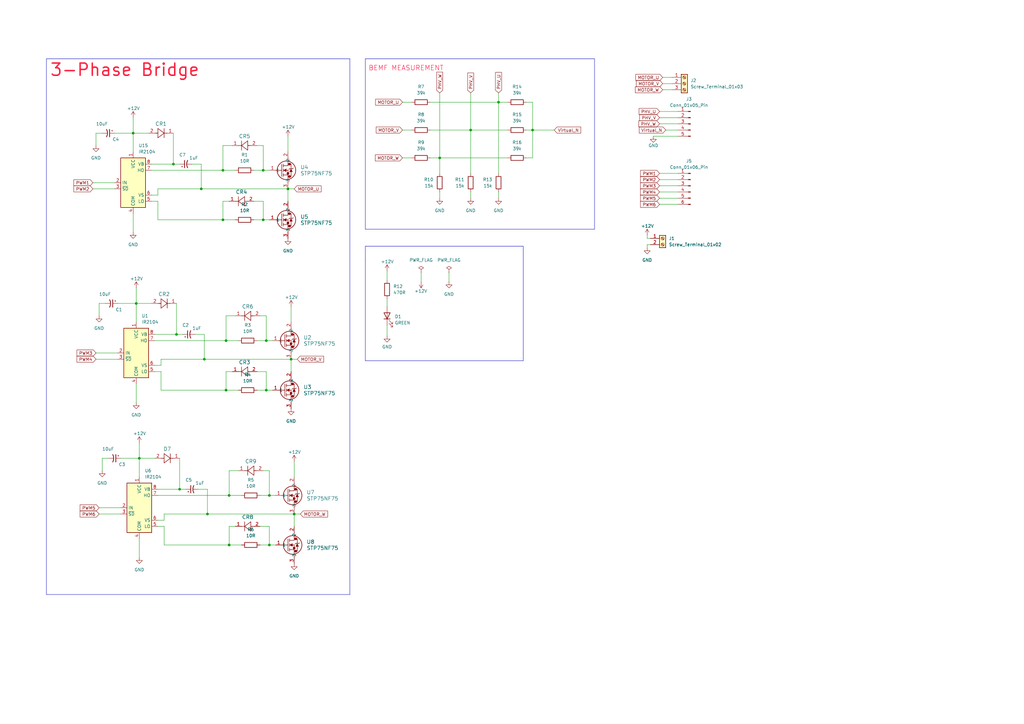
<source format=kicad_sch>
(kicad_sch (version 20230121) (generator eeschema)
  (paper "A3")
  (lib_symbols
    (symbol "Connector:Conn_01x05_Pin" (pin_names (offset 1.016) hide)
      (property "Reference" "J" (at 0 7.62 0))
      (property "Value" "Conn_01x05_Pin" (at 0 -7.62 0))
      (symbol "Conn_01x05_Pin_1_1"
        (polyline (pts (xy 1.27 -5.08) (xy 0.8636 -5.08)) (stroke (width 0.1524)))
        (polyline (pts (xy 1.27 -2.54) (xy 0.8636 -2.54)) (stroke (width 0.1524)))
        (polyline (pts (xy 1.27 0) (xy 0.8636 0)) (stroke (width 0.1524)))
        (polyline (pts (xy 1.27 2.54) (xy 0.8636 2.54)) (stroke (width 0.1524)))
        (polyline (pts (xy 1.27 5.08) (xy 0.8636 5.08)) (stroke (width 0.1524)))
        (rectangle (start 0.8636 -4.953) (end 0 -5.207) (stroke (width 0.1524)) (fill (type outline)))
        (rectangle (start 0.8636 -2.413) (end 0 -2.667) (stroke (width 0.1524)) (fill (type outline)))
        (rectangle (start 0.8636 0.127) (end 0 -0.127) (stroke (width 0.1524)) (fill (type outline)))
        (rectangle (start 0.8636 2.667) (end 0 2.413) (stroke (width 0.1524)) (fill (type outline)))
        (rectangle (start 0.8636 5.207) (end 0 4.953) (stroke (width 0.1524)) (fill (type outline)))
        (pin passive line (at 5.08 5.08 180) (length 3.81) (name "Pin_1") (number "1"))
        (pin passive line (at 5.08 2.54 180) (length 3.81) (name "Pin_2") (number "2"))
        (pin passive line (at 5.08 0 180) (length 3.81) (name "Pin_3") (number "3"))
        (pin passive line (at 5.08 -2.54 180) (length 3.81) (name "Pin_4") (number "4"))
        (pin passive line (at 5.08 -5.08 180) (length 3.81) (name "Pin_5") (number "5"))
      )
    )
    (symbol "Connector:Conn_01x06_Pin" (pin_names (offset 1.016) hide)
      (property "Reference" "J" (at 0 7.62 0))
      (property "Value" "Conn_01x06_Pin" (at 0 -10.16 0))
      (symbol "Conn_01x06_Pin_1_1"
        (polyline (pts (xy 1.27 -7.62) (xy 0.8636 -7.62)) (stroke (width 0.1524)))
        (polyline (pts (xy 1.27 -5.08) (xy 0.8636 -5.08)) (stroke (width 0.1524)))
        (polyline (pts (xy 1.27 -2.54) (xy 0.8636 -2.54)) (stroke (width 0.1524)))
        (polyline (pts (xy 1.27 0) (xy 0.8636 0)) (stroke (width 0.1524)))
        (polyline (pts (xy 1.27 2.54) (xy 0.8636 2.54)) (stroke (width 0.1524)))
        (polyline (pts (xy 1.27 5.08) (xy 0.8636 5.08)) (stroke (width 0.1524)))
        (rectangle (start 0.8636 -7.493) (end 0 -7.747) (stroke (width 0.1524)) (fill (type outline)))
        (rectangle (start 0.8636 -4.953) (end 0 -5.207) (stroke (width 0.1524)) (fill (type outline)))
        (rectangle (start 0.8636 -2.413) (end 0 -2.667) (stroke (width 0.1524)) (fill (type outline)))
        (rectangle (start 0.8636 0.127) (end 0 -0.127) (stroke (width 0.1524)) (fill (type outline)))
        (rectangle (start 0.8636 2.667) (end 0 2.413) (stroke (width 0.1524)) (fill (type outline)))
        (rectangle (start 0.8636 5.207) (end 0 4.953) (stroke (width 0.1524)) (fill (type outline)))
        (pin passive line (at 5.08 5.08 180) (length 3.81) (name "Pin_1") (number "1"))
        (pin passive line (at 5.08 2.54 180) (length 3.81) (name "Pin_2") (number "2"))
        (pin passive line (at 5.08 0 180) (length 3.81) (name "Pin_3") (number "3"))
        (pin passive line (at 5.08 -2.54 180) (length 3.81) (name "Pin_4") (number "4"))
        (pin passive line (at 5.08 -5.08 180) (length 3.81) (name "Pin_5") (number "5"))
        (pin passive line (at 5.08 -7.62 180) (length 3.81) (name "Pin_6") (number "6"))
      )
    )
    (symbol "Connector:Screw_Terminal_01x02" (pin_names (offset 1.016) hide)
      (property "Reference" "J" (at 0 2.54 0))
      (property "Value" "Screw_Terminal_01x02" (at 0 -5.08 0))
      (symbol "Screw_Terminal_01x02_1_1"
        (rectangle (start -1.27 1.27) (end 1.27 -3.81) (stroke (width 0.254)) (fill (type background)))
        (circle (center 0 -2.54) (radius 0.635) (stroke (width 0.1524)))
        (polyline (pts (xy -0.5334 -2.2098) (xy 0.3302 -3.048)) (stroke (width 0.1524)))
        (polyline (pts (xy -0.5334 0.3302) (xy 0.3302 -0.508)) (stroke (width 0.1524)))
        (polyline (pts (xy -0.3556 -2.032) (xy 0.508 -2.8702)) (stroke (width 0.1524)))
        (polyline (pts (xy -0.3556 0.508) (xy 0.508 -0.3302)) (stroke (width 0.1524)))
        (circle (center 0 0) (radius 0.635) (stroke (width 0.1524)))
        (pin passive line (at -5.08 0 0) (length 3.81) (name "Pin_1") (number "1"))
        (pin passive line (at -5.08 -2.54 0) (length 3.81) (name "Pin_2") (number "2"))
      )
    )
    (symbol "Connector:Screw_Terminal_01x03" (pin_names (offset 1.016) hide)
      (property "Reference" "J" (at 0 5.08 0))
      (property "Value" "Screw_Terminal_01x03" (at 0 -5.08 0))
      (symbol "Screw_Terminal_01x03_1_1"
        (rectangle (start -1.27 3.81) (end 1.27 -3.81) (stroke (width 0.254)) (fill (type background)))
        (circle (center 0 -2.54) (radius 0.635) (stroke (width 0.1524)))
        (polyline (pts (xy -0.5334 -2.2098) (xy 0.3302 -3.048)) (stroke (width 0.1524)))
        (polyline (pts (xy -0.5334 0.3302) (xy 0.3302 -0.508)) (stroke (width 0.1524)))
        (polyline (pts (xy -0.5334 2.8702) (xy 0.3302 2.032)) (stroke (width 0.1524)))
        (polyline (pts (xy -0.3556 -2.032) (xy 0.508 -2.8702)) (stroke (width 0.1524)))
        (polyline (pts (xy -0.3556 0.508) (xy 0.508 -0.3302)) (stroke (width 0.1524)))
        (polyline (pts (xy -0.3556 3.048) (xy 0.508 2.2098)) (stroke (width 0.1524)))
        (circle (center 0 0) (radius 0.635) (stroke (width 0.1524)))
        (circle (center 0 2.54) (radius 0.635) (stroke (width 0.1524)))
        (pin passive line (at -5.08 2.54 0) (length 3.81) (name "Pin_1") (number "1"))
        (pin passive line (at -5.08 0 0) (length 3.81) (name "Pin_2") (number "2"))
        (pin passive line (at -5.08 -2.54 0) (length 3.81) (name "Pin_3") (number "3"))
      )
    )
    (symbol "Device:C_Polarized_Small_US" (pin_numbers hide) (pin_names (offset 0.254) hide)
      (property "Reference" "C" (at 0.254 1.778 0))
      (property "Value" "C_Polarized_Small_US" (at 0.254 -2.032 0))
      (symbol "C_Polarized_Small_US_0_1"
        (polyline (pts (xy -1.524 0.508) (xy 1.524 0.508)) (stroke (width 0.3048)))
        (polyline (pts (xy -1.27 1.524) (xy -0.762 1.524)))
        (polyline (pts (xy -1.016 1.27) (xy -1.016 1.778)))
        (arc (start 1.524 -0.762) (mid 0 -0.3734) (end -1.524 -0.762) (stroke (width 0.3048)))
      )
      (symbol "C_Polarized_Small_US_1_1"
        (pin passive line (at 0 2.54 270) (length 2.032) (name "~") (number "1"))
        (pin passive line (at 0 -2.54 90) (length 2.032) (name "~") (number "2"))
      )
    )
    (symbol "Device:LED" (pin_numbers hide) (pin_names (offset 1.016) hide)
      (property "Reference" "D" (at 0 2.54 0))
      (property "Value" "LED" (at 0 -2.54 0))
      (symbol "LED_0_1"
        (polyline (pts (xy -1.27 -1.27) (xy -1.27 1.27)) (stroke (width 0.254)))
        (polyline (pts (xy -1.27 0) (xy 1.27 0)))
        (polyline (pts (xy 1.27 -1.27) (xy 1.27 1.27) (xy -1.27 0) (xy 1.27 -1.27)) (stroke (width 0.254)))
        (polyline (pts (xy -3.048 -0.762) (xy -4.572 -2.286) (xy -3.81 -2.286) (xy -4.572 -2.286) (xy -4.572 -1.524)))
        (polyline (pts (xy -1.778 -0.762) (xy -3.302 -2.286) (xy -2.54 -2.286) (xy -3.302 -2.286) (xy -3.302 -1.524)))
      )
      (symbol "LED_1_1"
        (pin passive line (at -3.81 0 0) (length 2.54) (name "K") (number "1"))
        (pin passive line (at 3.81 0 180) (length 2.54) (name "A") (number "2"))
      )
    )
    (symbol "Device:R" (pin_numbers hide) (pin_names (offset 0))
      (property "Reference" "R" (at 2.032 0 90))
      (property "Value" "R" (at 0 0 90))
      (symbol "R_0_1"
        (rectangle (start -1.016 -2.54) (end 1.016 2.54) (stroke (width 0.254)))
      )
      (symbol "R_1_1"
        (pin passive line (at 0 3.81 270) (length 1.27) (name "~") (number "1"))
        (pin passive line (at 0 -3.81 90) (length 1.27) (name "~") (number "2"))
      )
    )
    (symbol "Driver_FET:IR2104"
      (property "Reference" "U" (at 1.27 13.335 0))
      (property "Value" "IR2104" (at 1.27 11.43 0))
      (symbol "IR2104_0_1"
        (rectangle (start -5.08 -10.16) (end 5.08 10.16) (stroke (width 0.254)) (fill (type background)))
      )
      (symbol "IR2104_1_1"
        (pin power_in line (at 0 12.7 270) (length 2.54) (name "VCC") (number "1"))
        (pin input line (at -7.62 0 0) (length 2.54) (name "IN") (number "2"))
        (pin input line (at -7.62 -2.54 0) (length 2.54) (name "~{SD}") (number "3"))
        (pin power_in line (at 0 -12.7 90) (length 2.54) (name "COM") (number "4"))
        (pin output line (at 7.62 -7.62 180) (length 2.54) (name "LO") (number "5"))
        (pin passive line (at 7.62 -5.08 180) (length 2.54) (name "VS") (number "6"))
        (pin output line (at 7.62 5.08 180) (length 2.54) (name "HO") (number "7"))
        (pin passive line (at 7.62 7.62 180) (length 2.54) (name "VB") (number "8"))
      )
    )
    (symbol "STP75NF75_1" (pin_names (offset 0.254))
      (property "Reference" "U2" (at 12.7 1.27 0))
      (property "Value" "STP75NF75" (at 12.7 -1.27 0))
      (symbol "STP75NF75_1_1_1"
        (polyline (pts (xy 2.54 0) (xy 5.08 0)) (stroke (width 0.2032)))
        (polyline (pts (xy 5.08 -2.54) (xy 5.08 2.54)) (stroke (width 0.2032)))
        (polyline (pts (xy 5.715 -2.54) (xy 5.715 -1.27)) (stroke (width 0.2032)))
        (polyline (pts (xy 5.715 -1.905) (xy 7.62 -1.905)) (stroke (width 0.2032)))
        (polyline (pts (xy 5.715 -0.635) (xy 5.715 0.635)) (stroke (width 0.2032)))
        (polyline (pts (xy 5.715 1.27) (xy 5.715 2.54)) (stroke (width 0.2032)))
        (polyline (pts (xy 5.715 1.905) (xy 7.62 1.905)) (stroke (width 0.2032)))
        (polyline (pts (xy 6.985 0) (xy 7.62 0)) (stroke (width 0.2032)))
        (polyline (pts (xy 7.62 -5.08) (xy 7.62 0)) (stroke (width 0.2032)))
        (polyline (pts (xy 7.62 -2.54) (xy 8.89 -2.54)) (stroke (width 0.2032)))
        (polyline (pts (xy 7.62 1.905) (xy 7.62 5.08)) (stroke (width 0.2032)))
        (polyline (pts (xy 7.62 2.54) (xy 8.89 2.54)) (stroke (width 0.2032)))
        (polyline (pts (xy 8.255 0.635) (xy 8.001 0.381)) (stroke (width 0.2032)))
        (polyline (pts (xy 8.89 -2.54) (xy 8.89 -0.635)) (stroke (width 0.2032)))
        (polyline (pts (xy 8.89 0.635) (xy 8.89 2.54)) (stroke (width 0.2032)))
        (polyline (pts (xy 9.525 0.635) (xy 8.255 0.635)) (stroke (width 0.2032)))
        (polyline (pts (xy 9.779 0.889) (xy 9.525 0.635)) (stroke (width 0.2032)))
        (polyline (pts (xy 6.985 0.635) (xy 5.715 0) (xy 6.985 -0.635)) (stroke (width 0.0254)) (fill (type outline)))
        (polyline (pts (xy 9.525 -0.635) (xy 8.255 -0.635) (xy 8.89 0.635)) (stroke (width 0.0254)) (fill (type outline)))
        (circle (center 6.985 0) (radius 3.81) (stroke (width 0.254)))
        (circle (center 7.62 -1.27) (radius 0.0254) (stroke (width 0.508)))
        (circle (center 8.255 -2.54) (radius 0.0254) (stroke (width 0.508)))
        (circle (center 8.255 2.54) (radius 0.0254) (stroke (width 0.508)))
        (pin input line (at 0 0 0) (length 2.54) (name "1") (number "1"))
        (pin passive line (at 7.62 7.62 270) (length 2.54) (name "2") (number "2"))
        (pin passive line (at 7.62 -7.62 90) (length 2.54) (name "3") (number "3"))
      )
    )
    (symbol "UF4007-E3_54_2" (pin_names (offset 0.254))
      (property "Reference" "CR3" (at 5.08 3.81 0))
      (symbol "UF4007-E3_54_2_1_1"
        (polyline (pts (xy 2.54 0) (xy 3.4798 0)) (stroke (width 0.2032)))
        (polyline (pts (xy 3.175 0) (xy 3.81 0)) (stroke (width 0.2032)))
        (polyline (pts (xy 3.81 -1.905) (xy 6.35 0)) (stroke (width 0.2032)))
        (polyline (pts (xy 3.81 1.905) (xy 3.81 -1.905)) (stroke (width 0.2032)))
        (polyline (pts (xy 6.35 -1.905) (xy 6.35 1.905)) (stroke (width 0.2032)))
        (polyline (pts (xy 6.35 0) (xy 3.81 1.905)) (stroke (width 0.2032)))
        (polyline (pts (xy 6.35 0) (xy 7.62 0)) (stroke (width 0.2032)))
        (pin passive line (at 10.16 0 180) (length 2.54) (name "") (number "1"))
        (pin passive line (at 0 0 0) (length 2.54) (name "") (number "2"))
      )
      (symbol "UF4007-E3_54_2_1_2"
        (polyline (pts (xy -1.905 3.81) (xy 1.905 3.81)) (stroke (width 0.2032)))
        (polyline (pts (xy 0 2.54) (xy 0 3.4798)) (stroke (width 0.2032)))
        (polyline (pts (xy 0 3.175) (xy 0 3.81)) (stroke (width 0.2032)))
        (polyline (pts (xy 0 6.35) (xy -1.905 3.81)) (stroke (width 0.2032)))
        (polyline (pts (xy 0 6.35) (xy 0 7.62)) (stroke (width 0.2032)))
        (polyline (pts (xy 1.905 3.81) (xy 0 6.35)) (stroke (width 0.2032)))
        (polyline (pts (xy 1.905 6.35) (xy -1.905 6.35)) (stroke (width 0.2032)))
        (pin unspecified line (at 0 10.16 270) (length 2.54) (name "") (number "1"))
        (pin unspecified line (at 0 0 90) (length 2.54) (name "") (number "2"))
      )
    )
    (symbol "UF4007-E3_54_3" (pin_names (offset 0.254))
      (property "Reference" "CR10" (at 5.08 -3.81 0))
      (symbol "UF4007-E3_54_3_1_1"
        (polyline (pts (xy 2.54 0) (xy 3.4798 0)) (stroke (width 0.2032)))
        (polyline (pts (xy 3.175 0) (xy 3.81 0)) (stroke (width 0.2032)))
        (polyline (pts (xy 3.81 -1.905) (xy 6.35 0)) (stroke (width 0.2032)))
        (polyline (pts (xy 3.81 1.905) (xy 3.81 -1.905)) (stroke (width 0.2032)))
        (polyline (pts (xy 6.35 -1.905) (xy 6.35 1.905)) (stroke (width 0.2032)))
        (polyline (pts (xy 6.35 0) (xy 3.81 1.905)) (stroke (width 0.2032)))
        (polyline (pts (xy 6.35 0) (xy 7.62 0)) (stroke (width 0.2032)))
        (pin passive line (at 10.16 0 180) (length 2.54) (name "") (number "1"))
        (pin tri_state line (at 0 0 0) (length 2.54) (name "") (number "2"))
      )
      (symbol "UF4007-E3_54_3_1_2"
        (polyline (pts (xy -1.905 3.81) (xy 1.905 3.81)) (stroke (width 0.2032)))
        (polyline (pts (xy 0 2.54) (xy 0 3.4798)) (stroke (width 0.2032)))
        (polyline (pts (xy 0 3.175) (xy 0 3.81)) (stroke (width 0.2032)))
        (polyline (pts (xy 0 6.35) (xy -1.905 3.81)) (stroke (width 0.2032)))
        (polyline (pts (xy 0 6.35) (xy 0 7.62)) (stroke (width 0.2032)))
        (polyline (pts (xy 1.905 3.81) (xy 0 6.35)) (stroke (width 0.2032)))
        (polyline (pts (xy 1.905 6.35) (xy -1.905 6.35)) (stroke (width 0.2032)))
        (pin unspecified line (at 0 10.16 270) (length 2.54) (name "") (number "1"))
        (pin unspecified line (at 0 0 90) (length 2.54) (name "") (number "2"))
      )
    )
    (symbol "UF4007-E3_54_4" (pin_names (offset 0.254))
      (property "Reference" "CR10" (at 5.08 -3.81 0))
      (symbol "UF4007-E3_54_4_1_1"
        (polyline (pts (xy 2.54 0) (xy 3.4798 0)) (stroke (width 0.2032)))
        (polyline (pts (xy 3.175 0) (xy 3.81 0)) (stroke (width 0.2032)))
        (polyline (pts (xy 3.81 -1.905) (xy 6.35 0)) (stroke (width 0.2032)))
        (polyline (pts (xy 3.81 1.905) (xy 3.81 -1.905)) (stroke (width 0.2032)))
        (polyline (pts (xy 6.35 -1.905) (xy 6.35 1.905)) (stroke (width 0.2032)))
        (polyline (pts (xy 6.35 0) (xy 3.81 1.905)) (stroke (width 0.2032)))
        (polyline (pts (xy 6.35 0) (xy 7.62 0)) (stroke (width 0.2032)))
        (pin passive line (at 10.16 0 180) (length 2.54) (name "") (number "1"))
        (pin tri_state line (at 0 0 0) (length 2.54) (name "") (number "2"))
      )
      (symbol "UF4007-E3_54_4_1_2"
        (polyline (pts (xy -1.905 3.81) (xy 1.905 3.81)) (stroke (width 0.2032)))
        (polyline (pts (xy 0 2.54) (xy 0 3.4798)) (stroke (width 0.2032)))
        (polyline (pts (xy 0 3.175) (xy 0 3.81)) (stroke (width 0.2032)))
        (polyline (pts (xy 0 6.35) (xy -1.905 3.81)) (stroke (width 0.2032)))
        (polyline (pts (xy 0 6.35) (xy 0 7.62)) (stroke (width 0.2032)))
        (polyline (pts (xy 1.905 3.81) (xy 0 6.35)) (stroke (width 0.2032)))
        (polyline (pts (xy 1.905 6.35) (xy -1.905 6.35)) (stroke (width 0.2032)))
        (pin unspecified line (at 0 10.16 270) (length 2.54) (name "") (number "1"))
        (pin unspecified line (at 0 0 90) (length 2.54) (name "") (number "2"))
      )
    )
    (symbol "power:+12V" (power) (pin_names (offset 0))
      (property "Value" "+12V" (at 0 3.556 0))
      (symbol "+12V_0_1"
        (polyline (pts (xy -0.762 1.27) (xy 0 2.54)))
        (polyline (pts (xy 0 0) (xy 0 2.54)))
        (polyline (pts (xy 0 2.54) (xy 0.762 1.27)))
      )
      (symbol "+12V_1_1"
        (pin power_in line (at 0 0 90) (length 0) hide (name "+12V") (number "1"))
      )
    )
    (symbol "power:GND" (power) (pin_names (offset 0))
      (property "Value" "GND" (at 0 -3.81 0))
      (symbol "GND_0_1"
        (polyline (pts (xy 0 0) (xy 0 -1.27) (xy 1.27 -1.27) (xy 0 -2.54) (xy -1.27 -1.27) (xy 0 -1.27)))
      )
      (symbol "GND_1_1"
        (pin power_in line (at 0 0 270) (length 0) hide (name "GND") (number "1"))
      )
    )
    (symbol "power:PWR_FLAG" (power) (pin_numbers hide) (pin_names (offset 0) hide)
      (property "Value" "PWR_FLAG" (at 0 3.81 0))
      (symbol "PWR_FLAG_0_0"
        (pin power_out line (at 0 0 90) (length 0) (name "pwr") (number "1"))
      )
      (symbol "PWR_FLAG_0_1"
        (polyline (pts (xy 0 0) (xy 0 1.27) (xy -1.016 1.905) (xy 0 2.54) (xy 1.016 1.905) (xy 0 1.27)))
      )
    )
  )
  (junction (at 85.09 210.82))
  (junction (at 71.12 67.31))
  (junction (at 72.39 137.16))
  (junction (at 180.34 64.77))
  (junction (at 120.65 210.82))
  (junction (at 119.38 147.32))
  (junction (at 83.82 147.32))
  (junction (at 91.44 90.17))
  (junction (at 193.04 53.34))
  (junction (at 82.55 77.47))
  (junction (at 92.71 139.7))
  (junction (at 54.61 54.61))
  (junction (at 107.95 90.17))
  (junction (at 118.11 77.47))
  (junction (at 93.98 223.52))
  (junction (at 110.49 223.52))
  (junction (at 91.44 69.85))
  (junction (at 218.44 53.34))
  (junction (at 92.71 160.02))
  (junction (at 109.22 139.7))
  (junction (at 109.22 160.02))
  (junction (at 55.88 124.46))
  (junction (at 110.49 203.2))
  (junction (at 57.15 187.96))
  (junction (at 204.47 41.91))
  (junction (at 107.95 69.85))
  (junction (at 93.98 203.2))
  (junction (at 73.66 200.66))
  (wire (pts (xy 265.43 100.33) (xy 265.43 101.6)))
  (wire (pts (xy 91.44 69.85) (xy 96.52 69.85)))
  (wire (pts (xy 184.15 111.76) (xy 184.15 115.57)))
  (wire (pts (xy 67.31 210.82) (xy 85.09 210.82)))
  (wire (pts (xy 107.95 82.55) (xy 107.95 90.17)))
  (wire (pts (xy 105.41 59.69) (xy 107.95 59.69)))
  (wire (pts (xy 109.22 139.7) (xy 111.76 139.7)))
  (wire (pts (xy 104.14 82.55) (xy 107.95 82.55)))
  (polyline (pts (xy 149.86 24.13) (xy 149.86 93.98)))
  (wire (pts (xy 48.26 124.46) (xy 55.88 124.46)))
  (wire (pts (xy 64.77 213.36) (xy 67.31 213.36)))
  (wire (pts (xy 92.71 160.02) (xy 97.79 160.02)))
  (wire (pts (xy 265.43 97.79) (xy 266.7 97.79)))
  (wire (pts (xy 91.44 59.69) (xy 91.44 69.85)))
  (polyline (pts (xy 149.86 24.13) (xy 243.84 24.13)))
  (wire (pts (xy 120.65 210.82) (xy 123.19 210.82)))
  (wire (pts (xy 41.91 187.96) (xy 41.91 193.04)))
  (wire (pts (xy 93.98 223.52) (xy 99.06 223.52)))
  (wire (pts (xy 93.98 193.04) (xy 93.98 203.2)))
  (wire (pts (xy 80.01 137.16) (xy 83.82 137.16)))
  (wire (pts (xy 193.04 78.74) (xy 193.04 81.28)))
  (wire (pts (xy 40.64 208.28) (xy 49.53 208.28)))
  (wire (pts (xy 78.74 67.31) (xy 82.55 67.31)))
  (wire (pts (xy 67.31 215.9) (xy 67.31 223.52)))
  (wire (pts (xy 266.7 100.33) (xy 265.43 100.33)))
  (wire (pts (xy 105.41 152.4) (xy 109.22 152.4)))
  (wire (pts (xy 204.47 41.91) (xy 176.53 41.91)))
  (wire (pts (xy 270.51 48.26) (xy 278.13 48.26)))
  (wire (pts (xy 110.49 193.04) (xy 110.49 203.2)))
  (wire (pts (xy 204.47 38.1) (xy 204.47 41.91)))
  (wire (pts (xy 106.68 129.54) (xy 109.22 129.54)))
  (wire (pts (xy 180.34 38.1) (xy 180.34 64.77)))
  (wire (pts (xy 54.61 87.63) (xy 54.61 95.25)))
  (wire (pts (xy 92.71 139.7) (xy 97.79 139.7)))
  (wire (pts (xy 83.82 147.32) (xy 119.38 147.32)))
  (wire (pts (xy 44.45 187.96) (xy 41.91 187.96)))
  (wire (pts (xy 218.44 53.34) (xy 215.9 53.34)))
  (wire (pts (xy 39.37 54.61) (xy 39.37 59.69)))
  (wire (pts (xy 273.05 53.34) (xy 278.13 53.34)))
  (wire (pts (xy 40.64 210.82) (xy 49.53 210.82)))
  (wire (pts (xy 119.38 125.73) (xy 119.38 132.08)))
  (wire (pts (xy 119.38 147.32) (xy 121.92 147.32)))
  (wire (pts (xy 106.68 223.52) (xy 110.49 223.52)))
  (wire (pts (xy 66.04 149.86) (xy 66.04 147.32)))
  (wire (pts (xy 168.91 41.91) (xy 165.1 41.91)))
  (wire (pts (xy 118.11 77.47) (xy 120.65 77.47)))
  (wire (pts (xy 218.44 53.34) (xy 227.33 53.34)))
  (polyline (pts (xy 149.86 106.68) (xy 149.86 147.955)))
  (polyline (pts (xy 214.63 100.965) (xy 149.86 100.965)))
  (wire (pts (xy 63.5 139.7) (xy 92.71 139.7)))
  (wire (pts (xy 62.23 82.55) (xy 64.77 82.55)))
  (wire (pts (xy 63.5 152.4) (xy 66.04 152.4)))
  (wire (pts (xy 64.77 203.2) (xy 93.98 203.2)))
  (wire (pts (xy 208.28 41.91) (xy 204.47 41.91)))
  (wire (pts (xy 82.55 77.47) (xy 118.11 77.47)))
  (wire (pts (xy 95.25 152.4) (xy 92.71 152.4)))
  (wire (pts (xy 67.31 213.36) (xy 67.31 210.82)))
  (wire (pts (xy 62.23 69.85) (xy 91.44 69.85)))
  (polyline (pts (xy 243.84 24.13) (xy 243.84 93.98)))
  (wire (pts (xy 110.49 215.9) (xy 110.49 223.52)))
  (wire (pts (xy 105.41 139.7) (xy 109.22 139.7)))
  (wire (pts (xy 40.64 124.46) (xy 40.64 129.54)))
  (wire (pts (xy 63.5 149.86) (xy 66.04 149.86)))
  (wire (pts (xy 38.1 74.93) (xy 46.99 74.93)))
  (wire (pts (xy 57.15 220.98) (xy 57.15 228.6)))
  (wire (pts (xy 204.47 78.74) (xy 204.47 81.28)))
  (wire (pts (xy 215.9 41.91) (xy 218.44 41.91)))
  (wire (pts (xy 62.23 67.31) (xy 71.12 67.31)))
  (wire (pts (xy 72.39 124.46) (xy 72.39 137.16)))
  (wire (pts (xy 168.91 64.77) (xy 165.1 64.77)))
  (wire (pts (xy 64.77 82.55) (xy 64.77 90.17)))
  (wire (pts (xy 64.77 77.47) (xy 82.55 77.47)))
  (wire (pts (xy 41.91 54.61) (xy 39.37 54.61)))
  (wire (pts (xy 180.34 78.74) (xy 180.34 81.28)))
  (wire (pts (xy 270.51 45.72) (xy 278.13 45.72)))
  (wire (pts (xy 82.55 67.31) (xy 82.55 77.47)))
  (wire (pts (xy 271.78 31.75) (xy 275.59 31.75)))
  (wire (pts (xy 208.28 53.34) (xy 193.04 53.34)))
  (wire (pts (xy 218.44 41.91) (xy 218.44 53.34)))
  (wire (pts (xy 96.52 129.54) (xy 92.71 129.54)))
  (wire (pts (xy 46.99 54.61) (xy 54.61 54.61)))
  (wire (pts (xy 54.61 54.61) (xy 54.61 62.23)))
  (wire (pts (xy 67.31 223.52) (xy 93.98 223.52)))
  (polyline (pts (xy 149.86 100.965) (xy 149.86 106.68)))
  (wire (pts (xy 110.49 203.2) (xy 113.03 203.2)))
  (wire (pts (xy 265.43 96.52) (xy 265.43 97.79)))
  (polyline (pts (xy 149.86 147.955) (xy 214.63 147.955)))
  (wire (pts (xy 71.12 67.31) (xy 73.66 67.31)))
  (wire (pts (xy 64.77 215.9) (xy 67.31 215.9)))
  (wire (pts (xy 54.61 48.26) (xy 54.61 54.61)))
  (wire (pts (xy 158.75 111.125) (xy 158.75 114.935)))
  (wire (pts (xy 204.47 41.91) (xy 204.47 71.12)))
  (wire (pts (xy 107.95 59.69) (xy 107.95 69.85)))
  (wire (pts (xy 104.14 69.85) (xy 107.95 69.85)))
  (wire (pts (xy 38.1 77.47) (xy 46.99 77.47)))
  (wire (pts (xy 95.25 59.69) (xy 91.44 59.69)))
  (wire (pts (xy 64.77 90.17) (xy 91.44 90.17)))
  (wire (pts (xy 158.75 133.35) (xy 158.75 137.795)))
  (wire (pts (xy 107.95 90.17) (xy 110.49 90.17)))
  (wire (pts (xy 64.77 80.01) (xy 64.77 77.47)))
  (wire (pts (xy 158.75 122.555) (xy 158.75 125.73)))
  (wire (pts (xy 85.09 200.66) (xy 85.09 210.82)))
  (wire (pts (xy 92.71 152.4) (xy 92.71 160.02)))
  (wire (pts (xy 193.04 38.1) (xy 193.04 53.34)))
  (wire (pts (xy 39.37 144.78) (xy 48.26 144.78)))
  (polyline (pts (xy 19.05 24.13) (xy 143.51 24.13)))
  (polyline (pts (xy 143.51 243.84) (xy 19.05 243.84)))
  (wire (pts (xy 118.11 77.47) (xy 118.11 82.55)))
  (wire (pts (xy 270.51 76.2) (xy 278.13 76.2)))
  (wire (pts (xy 271.78 36.83) (xy 275.59 36.83)))
  (wire (pts (xy 66.04 152.4) (xy 66.04 160.02)))
  (wire (pts (xy 110.49 223.52) (xy 113.03 223.52)))
  (wire (pts (xy 172.72 111.76) (xy 172.72 115.57)))
  (wire (pts (xy 71.12 54.61) (xy 71.12 67.31)))
  (wire (pts (xy 73.66 187.96) (xy 73.66 200.66)))
  (wire (pts (xy 43.18 124.46) (xy 40.64 124.46)))
  (wire (pts (xy 109.22 160.02) (xy 111.76 160.02)))
  (wire (pts (xy 55.88 157.48) (xy 55.88 165.1)))
  (wire (pts (xy 270.51 83.82) (xy 278.13 83.82)))
  (wire (pts (xy 93.98 82.55) (xy 91.44 82.55)))
  (wire (pts (xy 107.95 69.85) (xy 110.49 69.85)))
  (wire (pts (xy 267.97 55.88) (xy 278.13 55.88)))
  (wire (pts (xy 119.38 147.32) (xy 119.38 152.4)))
  (wire (pts (xy 218.44 53.34) (xy 218.44 64.77)))
  (wire (pts (xy 105.41 160.02) (xy 109.22 160.02)))
  (wire (pts (xy 63.5 137.16) (xy 72.39 137.16)))
  (wire (pts (xy 193.04 53.34) (xy 176.53 53.34)))
  (wire (pts (xy 97.79 193.04) (xy 93.98 193.04)))
  (wire (pts (xy 66.04 160.02) (xy 92.71 160.02)))
  (wire (pts (xy 270.51 78.74) (xy 278.13 78.74)))
  (wire (pts (xy 92.71 129.54) (xy 92.71 139.7)))
  (wire (pts (xy 270.51 73.66) (xy 278.13 73.66)))
  (wire (pts (xy 62.23 80.01) (xy 64.77 80.01)))
  (wire (pts (xy 55.88 124.46) (xy 55.88 132.08)))
  (wire (pts (xy 72.39 137.16) (xy 74.93 137.16)))
  (wire (pts (xy 81.28 200.66) (xy 85.09 200.66)))
  (wire (pts (xy 91.44 90.17) (xy 96.52 90.17)))
  (wire (pts (xy 106.68 215.9) (xy 110.49 215.9)))
  (wire (pts (xy 93.98 203.2) (xy 99.06 203.2)))
  (wire (pts (xy 106.68 203.2) (xy 110.49 203.2)))
  (wire (pts (xy 64.77 200.66) (xy 73.66 200.66)))
  (wire (pts (xy 104.14 90.17) (xy 107.95 90.17)))
  (polyline (pts (xy 214.63 147.955) (xy 214.63 100.965)))
  (wire (pts (xy 107.95 193.04) (xy 110.49 193.04)))
  (wire (pts (xy 109.22 152.4) (xy 109.22 160.02)))
  (wire (pts (xy 118.11 55.88) (xy 118.11 62.23)))
  (wire (pts (xy 55.88 118.11) (xy 55.88 124.46)))
  (wire (pts (xy 218.44 64.77) (xy 215.9 64.77)))
  (wire (pts (xy 109.22 129.54) (xy 109.22 139.7)))
  (polyline (pts (xy 143.51 24.13) (xy 143.51 243.84)))
  (wire (pts (xy 91.44 82.55) (xy 91.44 90.17)))
  (wire (pts (xy 55.88 124.46) (xy 62.23 124.46)))
  (wire (pts (xy 271.78 34.29) (xy 275.59 34.29)))
  (wire (pts (xy 57.15 187.96) (xy 63.5 187.96)))
  (wire (pts (xy 120.65 189.23) (xy 120.65 195.58)))
  (wire (pts (xy 96.52 215.9) (xy 93.98 215.9)))
  (wire (pts (xy 270.51 81.28) (xy 278.13 81.28)))
  (wire (pts (xy 168.91 53.34) (xy 165.1 53.34)))
  (wire (pts (xy 57.15 181.61) (xy 57.15 187.96)))
  (wire (pts (xy 208.28 64.77) (xy 180.34 64.77)))
  (wire (pts (xy 66.04 147.32) (xy 83.82 147.32)))
  (wire (pts (xy 85.09 210.82) (xy 120.65 210.82)))
  (wire (pts (xy 270.51 50.8) (xy 278.13 50.8)))
  (wire (pts (xy 180.34 64.77) (xy 180.34 71.12)))
  (polyline (pts (xy 19.05 24.13) (xy 19.05 243.84)))
  (wire (pts (xy 180.34 64.77) (xy 176.53 64.77)))
  (polyline (pts (xy 243.84 93.98) (xy 149.86 93.98)))
  (wire (pts (xy 270.51 71.12) (xy 278.13 71.12)))
  (wire (pts (xy 57.15 187.96) (xy 57.15 195.58)))
  (wire (pts (xy 93.98 215.9) (xy 93.98 223.52)))
  (wire (pts (xy 83.82 137.16) (xy 83.82 147.32)))
  (wire (pts (xy 39.37 147.32) (xy 48.26 147.32)))
  (wire (pts (xy 54.61 54.61) (xy 60.96 54.61)))
  (wire (pts (xy 73.66 200.66) (xy 76.2 200.66)))
  (wire (pts (xy 193.04 53.34) (xy 193.04 71.12)))
  (wire (pts (xy 120.65 210.82) (xy 120.65 215.9)))
  (wire (pts (xy 49.53 187.96) (xy 57.15 187.96)))
  (text "BEMF MEASUREMENT" (at 151.13 29.21 0) (effects (font (size 2 2)) (justify left bottom)))
  (text "3-Phase Bridge" (at 20.32 31.75 0) (effects (font (size 5 5) (thickness 0.6) bold) (justify left bottom)))
  (global_label "PWM6" (shape input) (at 270.51 83.82 180) (property "Intersheetrefs" "${INTERSHEET_REFS}" (effects hide)))
  (global_label "PHV_U" (shape input) (at 270.51 45.72 180) (property "Intersheetrefs" "${INTERSHEET_REFS}" (effects hide)))
  (global_label "Virtual_N" (shape input) (at 227.33 53.34 0) (property "Intersheetrefs" "${INTERSHEET_REFS}" (effects hide)))
  (global_label "MOTOR_U" (shape input) (at 165.1 41.91 180) (property "Intersheetrefs" "${INTERSHEET_REFS}" (effects hide)))
  (global_label "MOTOR_W" (shape input) (at 165.1 64.77 180) (property "Intersheetrefs" "${INTERSHEET_REFS}" (effects hide)))
  (global_label "PWM6" (shape input) (at 40.64 210.82 180) (property "Intersheetrefs" "${INTERSHEET_REFS}" (effects hide)))
  (global_label "PHV_W" (shape input) (at 180.34 38.1 90) (property "Intersheetrefs" "${INTERSHEET_REFS}" (effects hide)))
  (global_label "PWM3" (shape input) (at 39.37 144.78 180) (property "Intersheetrefs" "${INTERSHEET_REFS}" (effects hide)))
  (global_label "MOTOR_U" (shape input) (at 271.78 31.75 180) (property "Intersheetrefs" "${INTERSHEET_REFS}" (effects hide)))
  (global_label "PWM4" (shape input) (at 39.37 147.32 180) (property "Intersheetrefs" "${INTERSHEET_REFS}" (effects hide)))
  (global_label "PWM5" (shape input) (at 40.64 208.28 180) (property "Intersheetrefs" "${INTERSHEET_REFS}" (effects hide)))
  (global_label "Virtual_N" (shape input) (at 273.05 53.34 180) (property "Intersheetrefs" "${INTERSHEET_REFS}" (effects hide)))
  (global_label "MOTOR_V" (shape input) (at 121.92 147.32 0) (property "Intersheetrefs" "${INTERSHEET_REFS}" (effects hide)))
  (global_label "MOTOR_V" (shape input) (at 165.1 53.34 180) (property "Intersheetrefs" "${INTERSHEET_REFS}" (effects hide)))
  (global_label "MOTOR_W" (shape input) (at 123.19 210.82 0) (property "Intersheetrefs" "${INTERSHEET_REFS}" (effects hide)))
  (global_label "PHV_V" (shape input) (at 193.04 38.1 90) (property "Intersheetrefs" "${INTERSHEET_REFS}" (effects hide)))
  (global_label "PWM1" (shape input) (at 270.51 71.12 180) (property "Intersheetrefs" "${INTERSHEET_REFS}" (effects hide)))
  (global_label "PHV_W" (shape input) (at 270.51 50.8 180) (property "Intersheetrefs" "${INTERSHEET_REFS}" (effects hide)))
  (global_label "PHV_V" (shape input) (at 270.51 48.26 180) (property "Intersheetrefs" "${INTERSHEET_REFS}" (effects hide)))
  (global_label "PWM2" (shape input) (at 270.51 73.66 180) (property "Intersheetrefs" "${INTERSHEET_REFS}" (effects hide)))
  (global_label "PWM5" (shape input) (at 270.51 81.28 180) (property "Intersheetrefs" "${INTERSHEET_REFS}" (effects hide)))
  (global_label "MOTOR_V" (shape input) (at 271.78 34.29 180) (property "Intersheetrefs" "${INTERSHEET_REFS}" (effects hide)))
  (global_label "PWM4" (shape input) (at 270.51 78.74 180) (property "Intersheetrefs" "${INTERSHEET_REFS}" (effects hide)))
  (global_label "PHV_U" (shape input) (at 204.47 38.1 90) (property "Intersheetrefs" "${INTERSHEET_REFS}" (effects hide)))
  (global_label "PWM3" (shape input) (at 270.51 76.2 180) (property "Intersheetrefs" "${INTERSHEET_REFS}" (effects hide)))
  (global_label "MOTOR_U" (shape input) (at 120.65 77.47 0) (property "Intersheetrefs" "${INTERSHEET_REFS}" (effects hide)))
  (global_label "PWM1" (shape input) (at 38.1 74.93 180) (property "Intersheetrefs" "${INTERSHEET_REFS}" (effects hide)))
  (global_label "PWM2" (shape input) (at 38.1 77.47 180) (property "Intersheetrefs" "${INTERSHEET_REFS}" (effects hide)))
  (global_label "MOTOR_W" (shape input) (at 271.78 36.83 180) (property "Intersheetrefs" "${INTERSHEET_REFS}" (effects hide)))
  (symbol (lib_name "UF4007-E3_54_4") (lib_id "UF4007:UF4007-E3_54") (at 105.41 152.4 180) (unit 1)
    (property "Reference" "CR3" (at 100.33 148.59 0) (effects (font (size 1.524 1.524))))
    (property "Value" "UF4007-E3/54" (effects hide))
    (property "Footprint" "UF4007:DO-204AL" (effects hide))
    (property "Datasheet" "UF4007-E3/54" (effects hide))
  )
  (symbol (lib_name "STP75NF75_1") (lib_id "STP75NF75:STP75NF75") (at 113.03 223.52 0) (unit 1)
    (property "Reference" "U8" (at 125.73 222.25 0) (effects (font (size 1.524 1.524)) (justify left)))
    (property "Value" "STP75NF75" (at 125.73 224.79 0) (effects (font (size 1.524 1.524)) (justify left)))
    (property "Footprint" "STP75NF75:TO-220_STM" (effects hide))
    (property "Datasheet" "STP75NF75" (effects hide))
  )
  (symbol (lib_id "power:GND") (at 55.88 165.1 0) (unit 1)
    (property "Reference" "#PWR03" (effects hide))
    (property "Value" "GND" (at 55.88 170.18 0))
  )
  (symbol (lib_id "Device:R") (at 102.87 223.52 90) (unit 1)
    (property "Reference" "R6" (at 102.87 217.17 90))
    (property "Value" "10R" (at 102.87 219.71 90))
    (property "Footprint" "Resistor_THT:R_Axial_DIN0207_L6.3mm_D2.5mm_P7.62mm_Horizontal" (effects hide))
  )
  (symbol (lib_name "UF4007-E3_54_2") (lib_id "UF4007:UF4007-E3_54") (at 60.96 54.61 0) (unit 1)
    (property "Reference" "CR1" (at 66.04 50.8 0) (effects (font (size 1.524 1.524))))
    (property "Value" "UF4007-E3/54" (effects hide))
    (property "Footprint" "UF4007:DO-204AL" (effects hide))
    (property "Datasheet" "UF4007-E3/54" (effects hide))
  )
  (symbol (lib_name "STP75NF75_1") (lib_id "STP75NF75:STP75NF75") (at 111.76 139.7 0) (unit 1)
    (property "Reference" "U2" (at 124.46 138.43 0) (effects (font (size 1.524 1.524)) (justify left)))
    (property "Value" "STP75NF75" (at 124.46 140.97 0) (effects (font (size 1.524 1.524)) (justify left)))
    (property "Footprint" "STP75NF75:TO-220_STM" (effects hide))
    (property "Datasheet" "STP75NF75" (effects hide))
  )
  (symbol (lib_id "Device:R") (at 212.09 53.34 270) (mirror x) (unit 1)
    (property "Reference" "R15" (at 212.09 46.99 90))
    (property "Value" "39k" (at 212.09 49.53 90))
    (property "Footprint" "Resistor_THT:R_Axial_DIN0207_L6.3mm_D2.5mm_P7.62mm_Horizontal" (effects hide))
  )
  (symbol (lib_id "Device:R") (at 158.75 118.745 0) (unit 1)
    (property "Reference" "R12" (at 161.29 117.4749 0) (effects (justify left)))
    (property "Value" "470R" (at 161.29 120.0149 0) (effects (justify left)))
    (property "Footprint" "Resistor_THT:R_Axial_DIN0207_L6.3mm_D2.5mm_P7.62mm_Horizontal" (effects hide))
  )
  (symbol (lib_id "power:GND") (at 180.34 81.28 0) (mirror y) (unit 1)
    (property "Reference" "#PWR015" (effects hide))
    (property "Value" "GND" (at 180.34 86.36 0))
  )
  (symbol (lib_id "power:+12V") (at 158.75 111.125 0) (unit 1)
    (property "Reference" "#PWR021" (effects hide))
    (property "Value" "+12V" (at 156.21 107.315 0) (effects (justify left)))
  )
  (symbol (lib_id "power:GND") (at 193.04 81.28 0) (mirror y) (unit 1)
    (property "Reference" "#PWR017" (effects hide))
    (property "Value" "GND" (at 193.04 86.36 0))
  )
  (symbol (lib_id "Device:LED") (at 158.75 129.54 90) (unit 1)
    (property "Reference" "D1" (at 161.925 129.8574 90) (effects (justify right)))
    (property "Value" "GREEN" (at 161.925 132.3974 90) (effects (justify right)))
    (property "Footprint" "LED_THT:LED_D5.0mm" (effects hide))
  )
  (symbol (lib_id "power:GND") (at 39.37 59.69 0) (unit 1)
    (property "Reference" "#PWR01" (effects hide))
    (property "Value" "GND" (at 39.37 64.77 0))
  )
  (symbol (lib_id "power:GND") (at 41.91 193.04 0) (unit 1)
    (property "Reference" "#PWR06" (effects hide))
    (property "Value" "GND" (at 41.91 198.12 0))
  )
  (symbol (lib_id "power:+12V") (at 172.72 115.57 180) (unit 1)
    (property "Reference" "#PWR031" (effects hide))
    (property "Value" "+12V" (at 175.26 119.38 0) (effects (justify left)))
  )
  (symbol (lib_id "power:+12V") (at 265.43 96.52 0) (unit 1)
    (property "Reference" "#PWR019" (effects hide))
    (property "Value" "+12V" (at 262.89 92.71 0) (effects (justify left)))
  )
  (symbol (lib_id "Driver_FET:IR2104") (at 57.15 208.28 0) (unit 1)
    (property "Reference" "U6" (at 59.3441 193.04 0) (effects (justify left)))
    (property "Value" "IR2104" (at 59.3441 195.58 0) (effects (justify left)))
    (property "Footprint" "Package_DIP:DIP-8_W7.62mm_LongPads" (effects hide))
    (property "Datasheet" "https://www.infineon.com/dgdl/ir2104.pdf?fileId=5546d462533600a4015355c7c1c31671" (effects hide))
  )
  (symbol (lib_id "Connector:Conn_01x05_Pin") (at 283.21 50.8 0) (mirror y) (unit 1)
    (property "Reference" "J3" (at 282.575 40.64 0))
    (property "Value" "Conn_01x05_Pin" (at 282.575 43.18 0))
    (property "Footprint" "Connector_PinHeader_2.54mm:PinHeader_1x05_P2.54mm_Vertical" (effects hide))
  )
  (symbol (lib_id "power:GND") (at 158.75 137.795 0) (unit 1)
    (property "Reference" "#PWR022" (effects hide))
    (property "Value" "GND" (at 158.75 142.24 0))
  )
  (symbol (lib_name "STP75NF75_1") (lib_id "STP75NF75:STP75NF75") (at 110.49 90.17 0) (unit 1)
    (property "Reference" "U5" (at 123.19 88.9 0) (effects (font (size 1.524 1.524)) (justify left)))
    (property "Value" "STP75NF75" (at 123.19 91.44 0) (effects (font (size 1.524 1.524)) (justify left)))
    (property "Footprint" "STP75NF75:TO-220_STM" (effects hide))
    (property "Datasheet" "STP75NF75" (effects hide))
  )
  (symbol (lib_id "power:GND") (at 54.61 95.25 0) (unit 1)
    (property "Reference" "#PWR04" (effects hide))
    (property "Value" "GND" (at 54.61 100.33 0))
  )
  (symbol (lib_id "power:GND") (at 267.97 55.88 0) (unit 1)
    (property "Reference" "#PWR023" (effects hide))
    (property "Value" "GND" (at 267.97 59.69 0))
  )
  (symbol (lib_id "Device:R") (at 212.09 41.91 270) (mirror x) (unit 1)
    (property "Reference" "R14" (at 212.09 35.56 90))
    (property "Value" "39k" (at 212.09 38.1 90))
    (property "Footprint" "Resistor_THT:R_Axial_DIN0207_L6.3mm_D2.5mm_P7.62mm_Horizontal" (effects hide))
  )
  (symbol (lib_id "power:PWR_FLAG") (at 172.72 111.76 0) (unit 1)
    (property "Reference" "#FLG01" (effects hide))
    (property "Value" "PWR_FLAG" (at 172.72 106.68 0))
  )
  (symbol (lib_name "UF4007-E3_54_2") (lib_id "UF4007:UF4007-E3_54") (at 63.5 187.96 0) (unit 1)
    (property "Reference" "D7" (at 68.58 184.15 0) (effects (font (size 1.524 1.524))))
    (property "Value" "UF4007-E3/54" (effects hide))
    (property "Footprint" "UF4007:DO-204AL" (effects hide))
    (property "Datasheet" "UF4007-E3/54" (effects hide))
  )
  (symbol (lib_id "power:GND") (at 118.11 97.79 0) (unit 1)
    (property "Reference" "#PWR07" (effects hide))
    (property "Value" "GND" (at 118.11 102.87 0))
  )
  (symbol (lib_id "power:GND") (at 184.15 115.57 0) (unit 1)
    (property "Reference" "#PWR032" (effects hide))
    (property "Value" "GND" (at 184.15 120.65 0))
  )
  (symbol (lib_id "Device:C_Polarized_Small_US") (at 77.47 137.16 90) (unit 1)
    (property "Reference" "C2" (at 77.47 133.35 90) (effects (justify left)))
    (property "Value" "1uF" (at 82.55 134.62 90) (effects (justify left)))
    (property "Footprint" "Capacitor_THT:CP_Radial_D5.0mm_P2.00mm" (effects hide))
  )
  (symbol (lib_id "Device:C_Polarized_Small_US") (at 45.72 124.46 270) (unit 1)
    (property "Reference" "C1" (at 47.4218 127 90) (effects (justify left)))
    (property "Value" "10uF" (at 40.64 120.65 90) (effects (justify left)))
    (property "Footprint" "Capacitor_THT:CP_Radial_D4.0mm_P1.50mm" (effects hide))
  )
  (symbol (lib_id "Device:R") (at 204.47 74.93 0) (mirror x) (unit 1)
    (property "Reference" "R13" (at 201.93 73.66 0) (effects (justify right)))
    (property "Value" "15k" (at 201.93 76.2 0) (effects (justify right)))
    (property "Footprint" "Resistor_THT:R_Axial_DIN0207_L6.3mm_D2.5mm_P7.62mm_Horizontal" (effects hide))
  )
  (symbol (lib_id "power:+12V") (at 57.15 181.61 0) (unit 1)
    (property "Reference" "#PWR016" (effects hide))
    (property "Value" "+12V" (at 54.61 177.8 0) (effects (justify left)))
  )
  (symbol (lib_id "Device:C_Polarized_Small_US") (at 46.99 187.96 270) (unit 1)
    (property "Reference" "C3" (at 48.6918 190.5 90) (effects (justify left)))
    (property "Value" "10uF" (at 41.91 184.15 90) (effects (justify left)))
    (property "Footprint" "Capacitor_THT:CP_Radial_D4.0mm_P1.50mm" (effects hide))
  )
  (symbol (lib_id "Device:R") (at 101.6 160.02 90) (unit 1)
    (property "Reference" "R4" (at 101.6 153.67 90))
    (property "Value" "10R" (at 101.6 156.21 90))
    (property "Footprint" "Resistor_THT:R_Axial_DIN0207_L6.3mm_D2.5mm_P7.62mm_Horizontal" (effects hide))
  )
  (symbol (lib_id "power:GND") (at 119.38 167.64 0) (unit 1)
    (property "Reference" "#PWR05" (effects hide))
    (property "Value" "GND" (at 119.38 172.72 0))
  )
  (symbol (lib_id "power:GND") (at 120.65 231.14 0) (unit 1)
    (property "Reference" "#PWR09" (effects hide))
    (property "Value" "GND" (at 120.65 236.22 0))
  )
  (symbol (lib_id "power:+12V") (at 120.65 189.23 0) (unit 1)
    (property "Reference" "#PWR014" (effects hide))
    (property "Value" "+12V" (at 118.11 185.42 0) (effects (justify left)))
  )
  (symbol (lib_id "power:GND") (at 265.43 101.6 0) (unit 1)
    (property "Reference" "#PWR020" (effects hide))
    (property "Value" "GND" (at 265.43 106.68 0))
  )
  (symbol (lib_name "UF4007-E3_54_3") (lib_id "UF4007:UF4007-E3_54") (at 107.95 193.04 180) (unit 1)
    (property "Reference" "CR9" (at 102.87 189.23 0) (effects (font (size 1.524 1.524))))
    (property "Value" "UF4007-E3/54" (effects hide))
    (property "Footprint" "UF4007:DO-204AL" (effects hide))
    (property "Datasheet" "UF4007-E3/54" (effects hide))
  )
  (symbol (lib_id "Device:R") (at 172.72 64.77 270) (mirror x) (unit 1)
    (property "Reference" "R9" (at 172.72 58.42 90))
    (property "Value" "39k" (at 172.72 60.96 90))
    (property "Footprint" "Resistor_THT:R_Axial_DIN0207_L6.3mm_D2.5mm_P7.62mm_Horizontal" (effects hide))
  )
  (symbol (lib_name "UF4007-E3_54_4") (lib_id "UF4007:UF4007-E3_54") (at 104.14 82.55 180) (unit 1)
    (property "Reference" "CR4" (at 99.06 78.74 0) (effects (font (size 1.524 1.524))))
    (property "Value" "UF4007-E3/54" (effects hide))
    (property "Footprint" "UF4007:DO-204AL" (effects hide))
    (property "Datasheet" "UF4007-E3/54" (effects hide))
  )
  (symbol (lib_id "Device:R") (at 180.34 74.93 0) (mirror x) (unit 1)
    (property "Reference" "R10" (at 177.8 73.66 0) (effects (justify right)))
    (property "Value" "15k" (at 177.8 76.2 0) (effects (justify right)))
    (property "Footprint" "Resistor_THT:R_Axial_DIN0207_L6.3mm_D2.5mm_P7.62mm_Horizontal" (effects hide))
  )
  (symbol (lib_id "Device:C_Polarized_Small_US") (at 76.2 67.31 90) (unit 1)
    (property "Reference" "C7" (at 76.2 63.5 90) (effects (justify left)))
    (property "Value" "1uF" (at 81.28 64.77 90) (effects (justify left)))
    (property "Footprint" "Capacitor_THT:CP_Radial_D5.0mm_P2.00mm" (effects hide))
  )
  (symbol (lib_name "UF4007-E3_54_4") (lib_id "UF4007:UF4007-E3_54") (at 106.68 215.9 180) (unit 1)
    (property "Reference" "CR8" (at 101.6 212.09 0) (effects (font (size 1.524 1.524))))
    (property "Value" "UF4007-E3/54" (effects hide))
    (property "Footprint" "UF4007:DO-204AL" (effects hide))
    (property "Datasheet" "UF4007-E3/54" (effects hide))
  )
  (symbol (lib_id "Device:R") (at 172.72 53.34 270) (mirror x) (unit 1)
    (property "Reference" "R8" (at 172.72 46.99 90))
    (property "Value" "39k" (at 172.72 49.53 90))
    (property "Footprint" "Resistor_THT:R_Axial_DIN0207_L6.3mm_D2.5mm_P7.62mm_Horizontal" (effects hide))
  )
  (symbol (lib_id "Device:C_Polarized_Small_US") (at 78.74 200.66 90) (unit 1)
    (property "Reference" "C5" (at 78.74 196.85 90) (effects (justify left)))
    (property "Value" "1uF" (at 83.82 198.12 90) (effects (justify left)))
    (property "Footprint" "Capacitor_THT:CP_Radial_D5.0mm_P2.00mm" (effects hide))
  )
  (symbol (lib_id "power:PWR_FLAG") (at 184.15 111.76 0) (unit 1)
    (property "Reference" "#FLG02" (effects hide))
    (property "Value" "PWR_FLAG" (at 184.15 106.68 0))
  )
  (symbol (lib_id "Connector:Screw_Terminal_01x03") (at 280.67 34.29 0) (unit 1)
    (property "Reference" "J2" (at 283.21 33.02 0) (effects (justify left)))
    (property "Value" "Screw_Terminal_01x03" (at 283.21 35.56 0) (effects (justify left)))
    (property "Footprint" "TerminalBlock_MetzConnect:TerminalBlock_MetzConnect_Type011_RT05503HBWC_1x03_P5.00mm_Horizontal" (effects hide))
  )
  (symbol (lib_id "power:GND") (at 40.64 129.54 0) (unit 1)
    (property "Reference" "#PWR02" (effects hide))
    (property "Value" "GND" (at 40.64 134.62 0))
  )
  (symbol (lib_id "Driver_FET:IR2104") (at 54.61 74.93 0) (unit 1)
    (property "Reference" "U15" (at 56.8041 59.69 0) (effects (justify left)))
    (property "Value" "IR2104" (at 56.8041 62.23 0) (effects (justify left)))
    (property "Footprint" "Package_DIP:DIP-8_W7.62mm_LongPads" (effects hide))
    (property "Datasheet" "https://www.infineon.com/dgdl/ir2104.pdf?fileId=5546d462533600a4015355c7c1c31671" (effects hide))
  )
  (symbol (lib_id "power:+12V") (at 54.61 48.26 0) (unit 1)
    (property "Reference" "#PWR012" (effects hide))
    (property "Value" "+12V" (at 52.07 44.45 0) (effects (justify left)))
  )
  (symbol (lib_id "Device:R") (at 101.6 139.7 90) (unit 1)
    (property "Reference" "R3" (at 101.6 133.35 90))
    (property "Value" "10R" (at 101.6 135.89 90))
    (property "Footprint" "Resistor_THT:R_Axial_DIN0207_L6.3mm_D2.5mm_P7.62mm_Horizontal" (effects hide))
  )
  (symbol (lib_id "power:+12V") (at 119.38 125.73 0) (unit 1)
    (property "Reference" "#PWR010" (effects hide))
    (property "Value" "+12V" (at 116.84 121.92 0) (effects (justify left)))
  )
  (symbol (lib_id "Device:R") (at 212.09 64.77 270) (mirror x) (unit 1)
    (property "Reference" "R16" (at 212.09 58.42 90))
    (property "Value" "39k" (at 212.09 60.96 90))
    (property "Footprint" "Resistor_THT:R_Axial_DIN0207_L6.3mm_D2.5mm_P7.62mm_Horizontal" (effects hide))
  )
  (symbol (lib_id "power:+12V") (at 118.11 55.88 0) (unit 1)
    (property "Reference" "#PWR011" (effects hide))
    (property "Value" "+12V" (at 115.57 52.07 0) (effects (justify left)))
  )
  (symbol (lib_id "Device:R") (at 102.87 203.2 90) (unit 1)
    (property "Reference" "R5" (at 102.87 196.85 90))
    (property "Value" "10R" (at 102.87 199.39 90))
    (property "Footprint" "Resistor_THT:R_Axial_DIN0207_L6.3mm_D2.5mm_P7.62mm_Horizontal" (effects hide))
  )
  (symbol (lib_id "Driver_FET:IR2104") (at 55.88 144.78 0) (unit 1)
    (property "Reference" "U1" (at 58.0741 129.54 0) (effects (justify left)))
    (property "Value" "IR2104" (at 58.0741 132.08 0) (effects (justify left)))
    (property "Footprint" "Package_DIP:DIP-8_W7.62mm_LongPads" (effects hide))
    (property "Datasheet" "https://www.infineon.com/dgdl/ir2104.pdf?fileId=5546d462533600a4015355c7c1c31671" (effects hide))
  )
  (symbol (lib_name "STP75NF75_1") (lib_id "STP75NF75:STP75NF75") (at 113.03 203.2 0) (unit 1)
    (property "Reference" "U7" (at 125.73 201.93 0) (effects (font (size 1.524 1.524)) (justify left)))
    (property "Value" "STP75NF75" (at 125.73 204.47 0) (effects (font (size 1.524 1.524)) (justify left)))
    (property "Footprint" "STP75NF75:TO-220_STM" (effects hide))
    (property "Datasheet" "STP75NF75" (effects hide))
  )
  (symbol (lib_name "STP75NF75_1") (lib_id "STP75NF75:STP75NF75") (at 111.76 160.02 0) (unit 1)
    (property "Reference" "U3" (at 124.46 158.75 0) (effects (font (size 1.524 1.524)) (justify left)))
    (property "Value" "STP75NF75" (at 124.46 161.29 0) (effects (font (size 1.524 1.524)) (justify left)))
    (property "Footprint" "STP75NF75:TO-220_STM" (effects hide))
    (property "Datasheet" "STP75NF75" (effects hide))
  )
  (symbol (lib_name "STP75NF75_1") (lib_id "STP75NF75:STP75NF75") (at 110.49 69.85 0) (unit 1)
    (property "Reference" "U4" (at 123.19 68.58 0) (effects (font (size 1.524 1.524)) (justify left)))
    (property "Value" "STP75NF75" (at 123.19 71.12 0) (effects (font (size 1.524 1.524)) (justify left)))
    (property "Footprint" "STP75NF75:TO-220_STM" (effects hide))
    (property "Datasheet" "STP75NF75" (effects hide))
  )
  (symbol (lib_id "Device:C_Polarized_Small_US") (at 44.45 54.61 270) (unit 1)
    (property "Reference" "C4" (at 46.1518 57.15 90) (effects (justify left)))
    (property "Value" "10uF" (at 39.37 50.8 90) (effects (justify left)))
    (property "Footprint" "Capacitor_THT:CP_Radial_D4.0mm_P1.50mm" (effects hide))
  )
  (symbol (lib_id "Device:R") (at 100.33 90.17 90) (unit 1)
    (property "Reference" "R2" (at 100.33 83.82 90))
    (property "Value" "10R" (at 100.33 86.36 90))
    (property "Footprint" "Resistor_THT:R_Axial_DIN0207_L6.3mm_D2.5mm_P7.62mm_Horizontal" (effects hide))
  )
  (symbol (lib_id "power:GND") (at 204.47 81.28 0) (mirror y) (unit 1)
    (property "Reference" "#PWR018" (effects hide))
    (property "Value" "GND" (at 204.47 86.36 0))
  )
  (symbol (lib_id "Connector:Screw_Terminal_01x02") (at 271.78 97.79 0) (unit 1)
    (property "Reference" "J1" (at 274.32 97.79 0) (effects (justify left)))
    (property "Value" "Screw_Terminal_01x02" (at 274.32 100.33 0) (effects (justify left)))
    (property "Footprint" "TerminalBlock_MetzConnect:TerminalBlock_MetzConnect_Type011_RT05502HBWC_1x02_P5.00mm_Horizontal" (effects hide))
  )
  (symbol (lib_name "UF4007-E3_54_2") (lib_id "UF4007:UF4007-E3_54") (at 62.23 124.46 0) (unit 1)
    (property "Reference" "CR2" (at 67.31 120.65 0) (effects (font (size 1.524 1.524))))
    (property "Value" "UF4007-E3/54" (effects hide))
    (property "Footprint" "UF4007:DO-204AL" (effects hide))
    (property "Datasheet" "UF4007-E3/54" (effects hide))
  )
  (symbol (lib_id "Device:R") (at 193.04 74.93 0) (mirror x) (unit 1)
    (property "Reference" "R11" (at 190.5 73.66 0) (effects (justify right)))
    (property "Value" "15k" (at 190.5 76.2 0) (effects (justify right)))
    (property "Footprint" "Resistor_THT:R_Axial_DIN0207_L6.3mm_D2.5mm_P7.62mm_Horizontal" (effects hide))
  )
  (symbol (lib_name "UF4007-E3_54_3") (lib_id "UF4007:UF4007-E3_54") (at 106.68 129.54 180) (unit 1)
    (property "Reference" "CR6" (at 101.6 125.73 0) (effects (font (size 1.524 1.524))))
    (property "Value" "UF4007-E3/54" (effects hide))
    (property "Footprint" "UF4007:DO-204AL" (effects hide))
    (property "Datasheet" "UF4007-E3/54" (effects hide))
  )
  (symbol (lib_id "power:+12V") (at 55.88 118.11 0) (unit 1)
    (property "Reference" "#PWR013" (effects hide))
    (property "Value" "+12V" (at 53.34 114.3 0) (effects (justify left)))
  )
  (symbol (lib_id "Device:R") (at 172.72 41.91 270) (mirror x) (unit 1)
    (property "Reference" "R7" (at 172.72 35.56 90))
    (property "Value" "39k" (at 172.72 38.1 90))
    (property "Footprint" "Resistor_THT:R_Axial_DIN0207_L6.3mm_D2.5mm_P7.62mm_Horizontal" (effects hide))
  )
  (symbol (lib_id "Device:R") (at 100.33 69.85 90) (unit 1)
    (property "Reference" "R1" (at 100.33 63.5 90))
    (property "Value" "10R" (at 100.33 66.04 90))
    (property "Footprint" "Resistor_THT:R_Axial_DIN0207_L6.3mm_D2.5mm_P7.62mm_Horizontal" (effects hide))
  )
  (symbol (lib_id "power:GND") (at 57.15 228.6 0) (unit 1)
    (property "Reference" "#PWR08" (effects hide))
    (property "Value" "GND" (at 57.15 233.68 0))
  )
  (symbol (lib_id "Connector:Conn_01x06_Pin") (at 283.21 76.2 0) (mirror y) (unit 1)
    (property "Reference" "J5" (at 282.575 66.04 0))
    (property "Value" "Conn_01x06_Pin" (at 282.575 68.58 0))
    (property "Footprint" "Connector_PinHeader_2.54mm:PinHeader_1x06_P2.54mm_Vertical" (effects hide))
  )
  (symbol (lib_name "UF4007-E3_54_3") (lib_id "UF4007:UF4007-E3_54") (at 105.41 59.69 180) (unit 1)
    (property "Reference" "CR5" (at 100.33 55.88 0) (effects (font (size 1.524 1.524))))
    (property "Value" "UF4007-E3/54" (effects hide))
    (property "Footprint" "UF4007:DO-204AL" (effects hide))
    (property "Datasheet" "UF4007-E3/54" (effects hide))
  )
)
</source>
